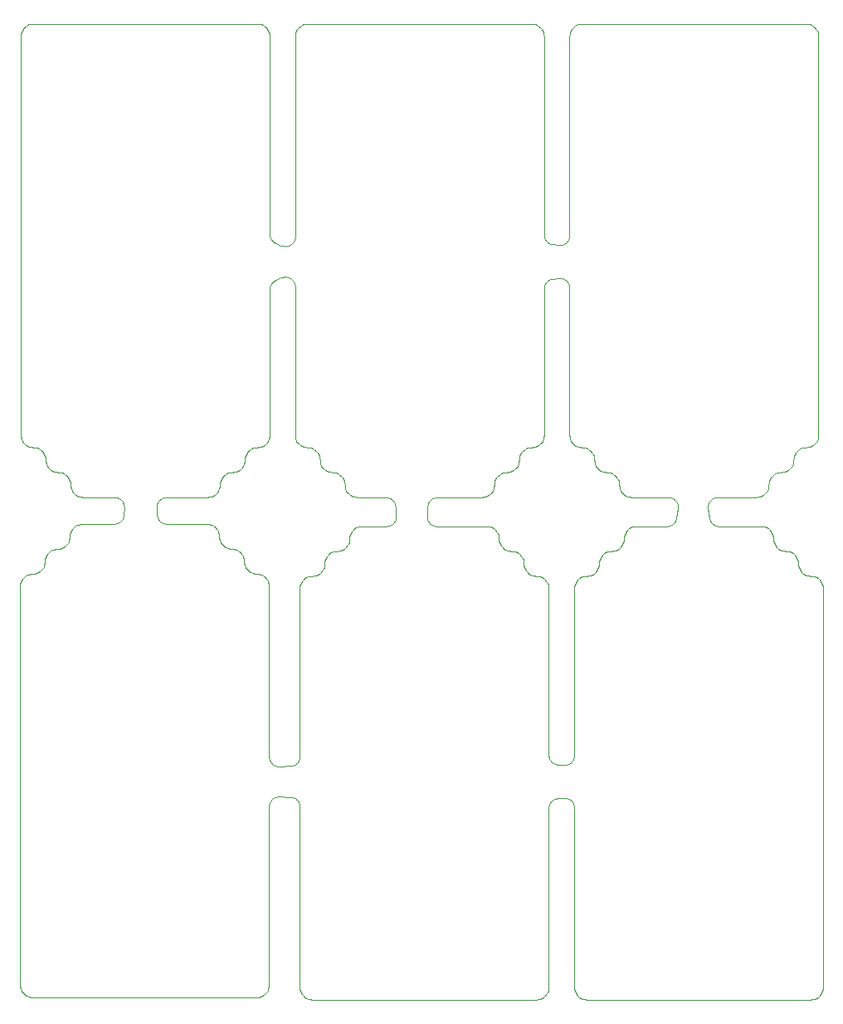
<source format=gko>
%MOIN*%
%OFA0B0*%
%FSLAX44Y44*%
%IPPOS*%
%LPD*%
%ADD10C,0*%
D10*
X00021236Y00016405D02*
X00021236Y00016405D01*
X00021230Y00016483D01*
X00021211Y00016560D01*
X00021181Y00016632D01*
X00021140Y00016699D01*
X00021089Y00016759D01*
X00021030Y00016810D01*
X00020963Y00016851D01*
X00020890Y00016881D01*
X00020814Y00016899D01*
X00020736Y00016905D01*
X00020657Y00016911D01*
X00020581Y00016929D01*
X00020509Y00016960D01*
X00020442Y00017001D01*
X00020382Y00017051D01*
X00020331Y00017111D01*
X00020290Y00017178D01*
X00020260Y00017251D01*
X00020242Y00017327D01*
X00020236Y00017405D01*
X00020230Y00017483D01*
X00020211Y00017560D01*
X00020181Y00017632D01*
X00020140Y00017699D01*
X00020089Y00017759D01*
X00020030Y00017810D01*
X00019963Y00017851D01*
X00019890Y00017881D01*
X00019814Y00017899D01*
X00019736Y00017905D01*
X00019658Y00017911D01*
X00019581Y00017929D01*
X00019509Y00017960D01*
X00019442Y00018001D01*
X00019382Y00018051D01*
X00019331Y00018111D01*
X00019290Y00018178D01*
X00019260Y00018251D01*
X00019242Y00018327D01*
X00019236Y00018405D01*
X00019230Y00018483D01*
X00019211Y00018560D01*
X00019181Y00018632D01*
X00019140Y00018699D01*
X00019089Y00018759D01*
X00019030Y00018810D01*
X00018963Y00018851D01*
X00018890Y00018881D01*
X00018814Y00018899D01*
X00018736Y00018905D01*
X00016739Y00018905D01*
X00016706Y00018906D01*
X00016675Y00018910D01*
X00016643Y00018917D01*
X00016612Y00018926D01*
X00016582Y00018937D01*
X00016553Y00018951D01*
X00016526Y00018968D01*
X00016499Y00018986D01*
X00016475Y00019006D01*
X00016452Y00019029D01*
X00016431Y00019053D01*
X00016412Y00019079D01*
X00016395Y00019107D01*
X00016380Y00019135D01*
X00016368Y00019165D01*
X00016359Y00019196D01*
X00016351Y00019227D01*
X00016347Y00019259D01*
X00016345Y00019291D01*
X00016346Y00019323D01*
X00016369Y00019701D01*
X00016372Y00019730D01*
X00016377Y00019760D01*
X00016384Y00019788D01*
X00016394Y00019817D01*
X00016405Y00019844D01*
X00016419Y00019870D01*
X00016434Y00019896D01*
X00016452Y00019920D01*
X00016471Y00019942D01*
X00016492Y00019963D01*
X00016514Y00019983D01*
X00016538Y00020001D01*
X00016563Y00020017D01*
X00016589Y00020031D01*
X00016617Y00020043D01*
X00016645Y00020053D01*
X00016673Y00020060D01*
X00016702Y00020066D01*
X00016732Y00020069D01*
X00016762Y00020070D01*
X00018547Y00020070D01*
X00018625Y00020077D01*
X00018701Y00020095D01*
X00018774Y00020125D01*
X00018841Y00020166D01*
X00018900Y00020217D01*
X00018951Y00020276D01*
X00018992Y00020343D01*
X00019022Y00020416D01*
X00019041Y00020492D01*
X00019047Y00020570D01*
X00019053Y00020649D01*
X00019071Y00020725D01*
X00019101Y00020797D01*
X00019142Y00020864D01*
X00019193Y00020924D01*
X00019253Y00020975D01*
X00019320Y00021016D01*
X00019392Y00021046D01*
X00019469Y00021064D01*
X00019547Y00021070D01*
X00019625Y00021077D01*
X00019701Y00021095D01*
X00019774Y00021125D01*
X00019841Y00021166D01*
X00019900Y00021217D01*
X00019951Y00021276D01*
X00019992Y00021343D01*
X00020022Y00021416D01*
X00020041Y00021492D01*
X00020047Y00021570D01*
X00020053Y00021649D01*
X00020071Y00021725D01*
X00020101Y00021797D01*
X00020142Y00021864D01*
X00020193Y00021924D01*
X00020253Y00021975D01*
X00020320Y00022016D01*
X00020392Y00022046D01*
X00020469Y00022064D01*
X00020547Y00022070D01*
X00020625Y00022077D01*
X00020701Y00022095D01*
X00020774Y00022125D01*
X00020841Y00022166D01*
X00020900Y00022217D01*
X00020951Y00022276D01*
X00020992Y00022343D01*
X00021022Y00022416D01*
X00021041Y00022492D01*
X00021047Y00022570D01*
X00021047Y00028452D01*
X00021048Y00028481D01*
X00021051Y00028509D01*
X00021056Y00028538D01*
X00021064Y00028566D01*
X00021073Y00028593D01*
X00021085Y00028620D01*
X00021098Y00028646D01*
X00021113Y00028671D01*
X00021130Y00028694D01*
X00021149Y00028716D01*
X00021169Y00028737D01*
X00021191Y00028756D01*
X00021214Y00028774D01*
X00021239Y00028790D01*
X00021264Y00028804D01*
X00021290Y00028816D01*
X00021318Y00028826D01*
X00021346Y00028834D01*
X00021374Y00028840D01*
X00021403Y00028843D01*
X00021639Y00028866D01*
X00021672Y00028868D01*
X00021705Y00028867D01*
X00021737Y00028863D01*
X00021769Y00028857D01*
X00021801Y00028848D01*
X00021831Y00028836D01*
X00021861Y00028822D01*
X00021889Y00028806D01*
X00021916Y00028787D01*
X00021941Y00028766D01*
X00021965Y00028743D01*
X00021986Y00028718D01*
X00022005Y00028691D01*
X00022022Y00028663D01*
X00022037Y00028634D01*
X00022049Y00028603D01*
X00022058Y00028572D01*
X00022065Y00028540D01*
X00022069Y00028507D01*
X00022070Y00028474D01*
X00022070Y00022570D01*
X00022077Y00022492D01*
X00022095Y00022416D01*
X00022125Y00022343D01*
X00022166Y00022276D01*
X00022217Y00022217D01*
X00022276Y00022166D01*
X00022343Y00022125D01*
X00022416Y00022095D01*
X00022492Y00022077D01*
X00022570Y00022070D01*
X00022649Y00022064D01*
X00022725Y00022046D01*
X00022797Y00022016D01*
X00022864Y00021975D01*
X00022924Y00021924D01*
X00022975Y00021864D01*
X00023016Y00021797D01*
X00023046Y00021725D01*
X00023064Y00021649D01*
X00023070Y00021570D01*
X00023077Y00021492D01*
X00023095Y00021416D01*
X00023125Y00021343D01*
X00023166Y00021276D01*
X00023217Y00021217D01*
X00023276Y00021166D01*
X00023343Y00021125D01*
X00023416Y00021095D01*
X00023492Y00021077D01*
X00023570Y00021070D01*
X00023649Y00021064D01*
X00023725Y00021046D01*
X00023797Y00021016D01*
X00023864Y00020975D01*
X00023924Y00020924D01*
X00023975Y00020864D01*
X00024016Y00020797D01*
X00024046Y00020725D01*
X00024064Y00020649D01*
X00024070Y00020570D01*
X00024077Y00020492D01*
X00024095Y00020416D01*
X00024125Y00020343D01*
X00024166Y00020276D01*
X00024217Y00020217D01*
X00024276Y00020166D01*
X00024343Y00020125D01*
X00024416Y00020095D01*
X00024492Y00020077D01*
X00024570Y00020070D01*
X00026033Y00020070D01*
X00026067Y00020069D01*
X00026101Y00020065D01*
X00026134Y00020057D01*
X00026166Y00020047D01*
X00026197Y00020034D01*
X00026228Y00020019D01*
X00026256Y00020001D01*
X00026283Y00019981D01*
X00026309Y00019958D01*
X00026332Y00019933D01*
X00026353Y00019907D01*
X00026371Y00019878D01*
X00026387Y00019848D01*
X00026401Y00019817D01*
X00026412Y00019785D01*
X00026419Y00019752D01*
X00026425Y00019719D01*
X00026427Y00019685D01*
X00026426Y00019651D01*
X00026422Y00019617D01*
X00026365Y00019239D01*
X00026359Y00019212D01*
X00026352Y00019185D01*
X00026343Y00019158D01*
X00026332Y00019133D01*
X00026320Y00019108D01*
X00026305Y00019084D01*
X00026289Y00019061D01*
X00026272Y00019039D01*
X00026252Y00019019D01*
X00026232Y00019000D01*
X00026210Y00018983D01*
X00026187Y00018967D01*
X00026163Y00018953D01*
X00026138Y00018940D01*
X00026112Y00018930D01*
X00026086Y00018921D01*
X00026059Y00018914D01*
X00026031Y00018909D01*
X00026003Y00018906D01*
X00025975Y00018905D01*
X00024759Y00018905D01*
X00024681Y00018899D01*
X00024605Y00018881D01*
X00024532Y00018851D01*
X00024465Y00018810D01*
X00024406Y00018759D01*
X00024355Y00018699D01*
X00024314Y00018632D01*
X00024284Y00018560D01*
X00024265Y00018483D01*
X00024259Y00018405D01*
X00024253Y00018327D01*
X00024235Y00018251D01*
X00024205Y00018178D01*
X00024164Y00018111D01*
X00024113Y00018051D01*
X00024053Y00018001D01*
X00023986Y00017960D01*
X00023914Y00017929D01*
X00023838Y00017911D01*
X00023759Y00017905D01*
X00023681Y00017899D01*
X00023605Y00017881D01*
X00023532Y00017851D01*
X00023465Y00017810D01*
X00023406Y00017759D01*
X00023355Y00017699D01*
X00023314Y00017632D01*
X00023284Y00017560D01*
X00023265Y00017483D01*
X00023259Y00017405D01*
X00023253Y00017327D01*
X00023235Y00017251D01*
X00023205Y00017178D01*
X00023164Y00017111D01*
X00023113Y00017051D01*
X00023053Y00017001D01*
X00022986Y00016960D01*
X00022914Y00016929D01*
X00022838Y00016911D01*
X00022759Y00016905D01*
X00022681Y00016899D01*
X00022605Y00016881D01*
X00022532Y00016851D01*
X00022465Y00016810D01*
X00022406Y00016759D01*
X00022355Y00016699D01*
X00022314Y00016632D01*
X00022284Y00016560D01*
X00022265Y00016483D01*
X00022259Y00016405D01*
X00022259Y00009718D01*
X00022258Y00009686D01*
X00022254Y00009654D01*
X00022248Y00009622D01*
X00022238Y00009591D01*
X00022227Y00009561D01*
X00022213Y00009532D01*
X00022197Y00009504D01*
X00022178Y00009478D01*
X00022158Y00009453D01*
X00022135Y00009430D01*
X00022111Y00009409D01*
X00022085Y00009390D01*
X00022057Y00009374D01*
X00022028Y00009359D01*
X00021999Y00009347D01*
X00021968Y00009337D01*
X00021937Y00009330D01*
X00021905Y00009326D01*
X00021873Y00009324D01*
X00021840Y00009325D01*
X00021604Y00009340D01*
X00021575Y00009343D01*
X00021546Y00009348D01*
X00021517Y00009356D01*
X00021489Y00009365D01*
X00021461Y00009377D01*
X00021435Y00009390D01*
X00021410Y00009406D01*
X00021386Y00009423D01*
X00021363Y00009443D01*
X00021342Y00009463D01*
X00021323Y00009486D01*
X00021305Y00009510D01*
X00021289Y00009535D01*
X00021275Y00009561D01*
X00021263Y00009588D01*
X00021253Y00009616D01*
X00021246Y00009645D01*
X00021240Y00009674D01*
X00021237Y00009703D01*
X00021236Y00009733D01*
X00021236Y00016405D01*
X00010000Y00016500D02*
X00010000Y00016500D01*
X00009993Y00016578D01*
X00009975Y00016654D01*
X00009945Y00016726D01*
X00009904Y00016793D01*
X00009853Y00016853D01*
X00009793Y00016904D01*
X00009726Y00016945D01*
X00009654Y00016975D01*
X00009578Y00016993D01*
X00009499Y00017000D01*
X00009421Y00017006D01*
X00009345Y00017024D01*
X00009273Y00017054D01*
X00009206Y00017095D01*
X00009146Y00017146D01*
X00009095Y00017206D01*
X00009054Y00017273D01*
X00009024Y00017345D01*
X00009006Y00017421D01*
X00009000Y00017500D01*
X00008993Y00017578D01*
X00008975Y00017654D01*
X00008945Y00017726D01*
X00008904Y00017793D01*
X00008853Y00017853D01*
X00008793Y00017904D01*
X00008726Y00017945D01*
X00008654Y00017975D01*
X00008578Y00017993D01*
X00008500Y00018000D01*
X00008421Y00018006D01*
X00008345Y00018024D01*
X00008273Y00018054D01*
X00008206Y00018095D01*
X00008146Y00018146D01*
X00008095Y00018206D01*
X00008054Y00018273D01*
X00008024Y00018345D01*
X00008006Y00018421D01*
X00008000Y00018500D01*
X00007993Y00018578D01*
X00007975Y00018654D01*
X00007945Y00018726D01*
X00007904Y00018793D01*
X00007853Y00018853D01*
X00007793Y00018904D01*
X00007726Y00018945D01*
X00007654Y00018975D01*
X00007578Y00018993D01*
X00007500Y00019000D01*
X00005889Y00019000D01*
X00005859Y00019001D01*
X00005830Y00019004D01*
X00005800Y00019010D01*
X00005772Y00019017D01*
X00005744Y00019027D01*
X00005716Y00019039D01*
X00005690Y00019054D01*
X00005665Y00019070D01*
X00005641Y00019088D01*
X00005619Y00019107D01*
X00005598Y00019129D01*
X00005579Y00019151D01*
X00005561Y00019176D01*
X00005546Y00019201D01*
X00005532Y00019228D01*
X00005520Y00019255D01*
X00005511Y00019283D01*
X00005504Y00019312D01*
X00005499Y00019342D01*
X00005496Y00019371D01*
X00005480Y00019655D01*
X00005480Y00019687D01*
X00005482Y00019719D01*
X00005487Y00019750D01*
X00005494Y00019782D01*
X00005504Y00019812D01*
X00005516Y00019842D01*
X00005531Y00019870D01*
X00005547Y00019897D01*
X00005566Y00019923D01*
X00005587Y00019947D01*
X00005610Y00019970D01*
X00005635Y00019990D01*
X00005661Y00020008D01*
X00005689Y00020024D01*
X00005718Y00020038D01*
X00005748Y00020050D01*
X00005778Y00020059D01*
X00005810Y00020065D01*
X00005841Y00020069D01*
X00005873Y00020070D01*
X00007523Y00020070D01*
X00007601Y00020077D01*
X00007678Y00020095D01*
X00007750Y00020125D01*
X00007817Y00020166D01*
X00007877Y00020217D01*
X00007928Y00020276D01*
X00007969Y00020343D01*
X00007999Y00020416D01*
X00008017Y00020492D01*
X00008023Y00020570D01*
X00008029Y00020649D01*
X00008048Y00020725D01*
X00008078Y00020797D01*
X00008119Y00020864D01*
X00008170Y00020924D01*
X00008229Y00020975D01*
X00008296Y00021016D01*
X00008369Y00021046D01*
X00008445Y00021064D01*
X00008523Y00021070D01*
X00008601Y00021077D01*
X00008678Y00021095D01*
X00008750Y00021125D01*
X00008817Y00021166D01*
X00008877Y00021217D01*
X00008928Y00021276D01*
X00008969Y00021343D01*
X00008999Y00021416D01*
X00009017Y00021492D01*
X00009023Y00021570D01*
X00009029Y00021649D01*
X00009048Y00021725D01*
X00009078Y00021797D01*
X00009119Y00021864D01*
X00009170Y00021924D01*
X00009229Y00021975D01*
X00009296Y00022016D01*
X00009369Y00022046D01*
X00009445Y00022064D01*
X00009523Y00022070D01*
X00009601Y00022077D01*
X00009678Y00022095D01*
X00009750Y00022125D01*
X00009817Y00022166D01*
X00009877Y00022217D01*
X00009928Y00022276D01*
X00009969Y00022343D01*
X00009999Y00022416D01*
X00010017Y00022492D01*
X00010023Y00022570D01*
X00010023Y00028419D01*
X00010024Y00028442D01*
X00010026Y00028465D01*
X00010029Y00028488D01*
X00010034Y00028511D01*
X00010040Y00028533D01*
X00010047Y00028555D01*
X00010056Y00028576D01*
X00010066Y00028597D01*
X00010077Y00028618D01*
X00010089Y00028637D01*
X00010102Y00028656D01*
X00010117Y00028674D01*
X00010132Y00028691D01*
X00010149Y00028708D01*
X00010166Y00028723D01*
X00010184Y00028737D01*
X00010203Y00028750D01*
X00010223Y00028762D01*
X00010244Y00028773D01*
X00010265Y00028782D01*
X00010501Y00028881D01*
X00010537Y00028894D01*
X00010575Y00028904D01*
X00010613Y00028910D01*
X00010652Y00028912D01*
X00010690Y00028910D01*
X00010729Y00028905D01*
X00010766Y00028895D01*
X00010803Y00028882D01*
X00010838Y00028866D01*
X00010871Y00028846D01*
X00010902Y00028823D01*
X00010931Y00028797D01*
X00010957Y00028768D01*
X00010980Y00028737D01*
X00011000Y00028704D01*
X00011017Y00028669D01*
X00011030Y00028633D01*
X00011039Y00028595D01*
X00011045Y00028557D01*
X00011047Y00028518D01*
X00011047Y00022570D01*
X00011053Y00022492D01*
X00011071Y00022416D01*
X00011101Y00022343D01*
X00011142Y00022276D01*
X00011193Y00022217D01*
X00011253Y00022166D01*
X00011320Y00022125D01*
X00011392Y00022095D01*
X00011469Y00022077D01*
X00011547Y00022070D01*
X00011625Y00022064D01*
X00011701Y00022046D01*
X00011774Y00022016D01*
X00011841Y00021975D01*
X00011900Y00021924D01*
X00011951Y00021864D01*
X00011992Y00021797D01*
X00012022Y00021725D01*
X00012041Y00021649D01*
X00012047Y00021570D01*
X00012053Y00021492D01*
X00012071Y00021416D01*
X00012101Y00021343D01*
X00012142Y00021276D01*
X00012193Y00021217D01*
X00012253Y00021166D01*
X00012320Y00021125D01*
X00012392Y00021095D01*
X00012469Y00021077D01*
X00012547Y00021070D01*
X00012625Y00021064D01*
X00012701Y00021046D01*
X00012774Y00021016D01*
X00012841Y00020975D01*
X00012900Y00020924D01*
X00012951Y00020864D01*
X00012992Y00020797D01*
X00013022Y00020725D01*
X00013041Y00020649D01*
X00013047Y00020570D01*
X00013053Y00020492D01*
X00013071Y00020416D01*
X00013101Y00020343D01*
X00013142Y00020276D01*
X00013193Y00020217D01*
X00013253Y00020166D01*
X00013320Y00020125D01*
X00013392Y00020095D01*
X00013469Y00020077D01*
X00013547Y00020070D01*
X00014684Y00020070D01*
X00014714Y00020069D01*
X00014744Y00020066D01*
X00014773Y00020060D01*
X00014801Y00020053D01*
X00014829Y00020043D01*
X00014857Y00020031D01*
X00014883Y00020017D01*
X00014908Y00020001D01*
X00014932Y00019983D01*
X00014954Y00019963D01*
X00014975Y00019942D01*
X00014994Y00019920D01*
X00015012Y00019896D01*
X00015027Y00019870D01*
X00015041Y00019844D01*
X00015052Y00019817D01*
X00015062Y00019788D01*
X00015069Y00019760D01*
X00015074Y00019730D01*
X00015077Y00019701D01*
X00015100Y00019323D01*
X00015101Y00019291D01*
X00015099Y00019259D01*
X00015095Y00019227D01*
X00015087Y00019196D01*
X00015078Y00019165D01*
X00015066Y00019135D01*
X00015051Y00019107D01*
X00015034Y00019079D01*
X00015015Y00019053D01*
X00014994Y00019029D01*
X00014971Y00019006D01*
X00014947Y00018986D01*
X00014920Y00018968D01*
X00014893Y00018951D01*
X00014864Y00018937D01*
X00014834Y00018926D01*
X00014803Y00018917D01*
X00014771Y00018910D01*
X00014740Y00018906D01*
X00014707Y00018905D01*
X00013736Y00018905D01*
X00013657Y00018899D01*
X00013581Y00018881D01*
X00013509Y00018851D01*
X00013442Y00018810D01*
X00013382Y00018759D01*
X00013331Y00018699D01*
X00013290Y00018632D01*
X00013260Y00018560D01*
X00013242Y00018483D01*
X00013236Y00018405D01*
X00013230Y00018327D01*
X00013211Y00018251D01*
X00013181Y00018178D01*
X00013140Y00018111D01*
X00013089Y00018051D01*
X00013030Y00018001D01*
X00012963Y00017960D01*
X00012890Y00017929D01*
X00012814Y00017911D01*
X00012736Y00017905D01*
X00012658Y00017899D01*
X00012581Y00017881D01*
X00012509Y00017851D01*
X00012442Y00017810D01*
X00012382Y00017759D01*
X00012331Y00017699D01*
X00012290Y00017632D01*
X00012260Y00017560D01*
X00012242Y00017483D01*
X00012236Y00017405D01*
X00012230Y00017327D01*
X00012211Y00017251D01*
X00012181Y00017178D01*
X00012140Y00017111D01*
X00012089Y00017051D01*
X00012030Y00017001D01*
X00011963Y00016960D01*
X00011890Y00016929D01*
X00011814Y00016911D01*
X00011736Y00016905D01*
X00011657Y00016899D01*
X00011581Y00016881D01*
X00011509Y00016851D01*
X00011442Y00016810D01*
X00011382Y00016759D01*
X00011331Y00016699D01*
X00011290Y00016632D01*
X00011260Y00016560D01*
X00011242Y00016483D01*
X00011236Y00016405D01*
X00011236Y00009675D01*
X00011235Y00009644D01*
X00011231Y00009614D01*
X00011225Y00009584D01*
X00011217Y00009555D01*
X00011207Y00009527D01*
X00011195Y00009499D01*
X00011180Y00009473D01*
X00011163Y00009447D01*
X00011145Y00009423D01*
X00011125Y00009401D01*
X00011103Y00009380D01*
X00011080Y00009361D01*
X00011055Y00009343D01*
X00011029Y00009328D01*
X00011001Y00009315D01*
X00010973Y00009303D01*
X00010944Y00009294D01*
X00010915Y00009288D01*
X00010885Y00009283D01*
X00010855Y00009281D01*
X00010406Y00009267D01*
X00010374Y00009267D01*
X00010343Y00009270D01*
X00010312Y00009275D01*
X00010281Y00009283D01*
X00010251Y00009293D01*
X00010222Y00009305D01*
X00010195Y00009320D01*
X00010168Y00009337D01*
X00010143Y00009356D01*
X00010119Y00009377D01*
X00010098Y00009400D01*
X00010078Y00009425D01*
X00010060Y00009451D01*
X00010044Y00009478D01*
X00010031Y00009506D01*
X00010020Y00009536D01*
X00010011Y00009566D01*
X00010005Y00009597D01*
X00010001Y00009628D01*
X00010000Y00009660D01*
X00010000Y00016500D01*
X00000500Y00000000D02*
X00000500Y00000000D01*
X00009499Y00000000D01*
X00009578Y00000006D01*
X00009654Y00000024D01*
X00009726Y00000054D01*
X00009793Y00000095D01*
X00009853Y00000146D01*
X00009904Y00000206D01*
X00009945Y00000273D01*
X00009975Y00000345D01*
X00009993Y00000421D01*
X00010000Y00000500D01*
X00010000Y00007662D01*
X00010001Y00007693D01*
X00010005Y00007725D01*
X00010011Y00007756D01*
X00010020Y00007786D01*
X00010031Y00007815D01*
X00010044Y00007844D01*
X00010060Y00007871D01*
X00010078Y00007897D01*
X00010098Y00007922D01*
X00010119Y00007945D01*
X00010143Y00007966D01*
X00010168Y00007985D01*
X00010195Y00008002D01*
X00010222Y00008017D01*
X00010251Y00008029D01*
X00010281Y00008039D01*
X00010312Y00008047D01*
X00010343Y00008052D01*
X00010374Y00008055D01*
X00010406Y00008055D01*
X00010855Y00008041D01*
X00010885Y00008039D01*
X00010915Y00008034D01*
X00010944Y00008027D01*
X00010973Y00008018D01*
X00011001Y00008007D01*
X00011029Y00007994D01*
X00011055Y00007979D01*
X00011080Y00007961D01*
X00011103Y00007942D01*
X00011125Y00007921D01*
X00011145Y00007899D01*
X00011163Y00007875D01*
X00011180Y00007849D01*
X00011195Y00007823D01*
X00011207Y00007795D01*
X00011217Y00007767D01*
X00011225Y00007737D01*
X00011231Y00007708D01*
X00011235Y00007678D01*
X00011236Y00007647D01*
X00011236Y00000405D01*
X00011242Y00000327D01*
X00011260Y00000251D01*
X00011290Y00000178D01*
X00011331Y00000111D01*
X00011382Y00000051D01*
X00011442Y00000001D01*
X00011509Y-00000039D01*
X00011581Y-00000070D01*
X00011657Y-00000088D01*
X00011736Y-00000094D01*
X00020736Y-00000094D01*
X00020814Y-00000088D01*
X00020890Y-00000070D01*
X00020963Y-00000039D01*
X00021030Y00000001D01*
X00021089Y00000051D01*
X00021140Y00000111D01*
X00021181Y00000178D01*
X00021211Y00000251D01*
X00021230Y00000327D01*
X00021236Y00000405D01*
X00021236Y00007589D01*
X00021237Y00007619D01*
X00021240Y00007648D01*
X00021246Y00007677D01*
X00021253Y00007706D01*
X00021263Y00007734D01*
X00021275Y00007761D01*
X00021289Y00007787D01*
X00021305Y00007812D01*
X00021323Y00007836D01*
X00021342Y00007858D01*
X00021363Y00007879D01*
X00021386Y00007898D01*
X00021410Y00007916D01*
X00021435Y00007931D01*
X00021461Y00007945D01*
X00021489Y00007957D01*
X00021517Y00007966D01*
X00021546Y00007974D01*
X00021575Y00007979D01*
X00021604Y00007982D01*
X00021840Y00007997D01*
X00021873Y00007998D01*
X00021905Y00007996D01*
X00021937Y00007991D01*
X00021968Y00007984D01*
X00021999Y00007975D01*
X00022028Y00007963D01*
X00022057Y00007948D01*
X00022085Y00007931D01*
X00022111Y00007912D01*
X00022135Y00007891D01*
X00022158Y00007868D01*
X00022178Y00007844D01*
X00022197Y00007817D01*
X00022213Y00007790D01*
X00022227Y00007761D01*
X00022238Y00007731D01*
X00022248Y00007700D01*
X00022254Y00007668D01*
X00022258Y00007636D01*
X00022259Y00007604D01*
X00022259Y00000405D01*
X00022265Y00000327D01*
X00022284Y00000251D01*
X00022314Y00000178D01*
X00022355Y00000111D01*
X00022406Y00000051D01*
X00022465Y00000001D01*
X00022532Y-00000039D01*
X00022605Y-00000070D01*
X00022681Y-00000088D01*
X00022759Y-00000094D01*
X00031759Y-00000094D01*
X00031838Y-00000088D01*
X00031914Y-00000070D01*
X00031986Y-00000039D01*
X00032053Y00000001D01*
X00032113Y00000051D01*
X00032164Y00000111D01*
X00032205Y00000178D01*
X00032235Y00000251D01*
X00032253Y00000327D01*
X00032259Y00000405D01*
X00032259Y00016405D01*
X00032253Y00016483D01*
X00032235Y00016560D01*
X00032205Y00016632D01*
X00032164Y00016699D01*
X00032113Y00016759D01*
X00032053Y00016810D01*
X00031986Y00016851D01*
X00031914Y00016881D01*
X00031838Y00016899D01*
X00031759Y00016905D01*
X00031681Y00016911D01*
X00031605Y00016929D01*
X00031532Y00016960D01*
X00031465Y00017001D01*
X00031406Y00017051D01*
X00031355Y00017111D01*
X00031314Y00017178D01*
X00031284Y00017251D01*
X00031265Y00017327D01*
X00031259Y00017405D01*
X00031253Y00017483D01*
X00031235Y00017560D01*
X00031205Y00017632D01*
X00031164Y00017699D01*
X00031113Y00017759D01*
X00031053Y00017810D01*
X00030986Y00017851D01*
X00030914Y00017881D01*
X00030838Y00017899D01*
X00030759Y00017905D01*
X00030681Y00017911D01*
X00030605Y00017929D01*
X00030532Y00017960D01*
X00030465Y00018001D01*
X00030406Y00018051D01*
X00030355Y00018111D01*
X00030314Y00018178D01*
X00030284Y00018251D01*
X00030265Y00018327D01*
X00030259Y00018405D01*
X00030253Y00018483D01*
X00030235Y00018560D01*
X00030205Y00018632D01*
X00030164Y00018699D01*
X00030113Y00018759D01*
X00030053Y00018810D01*
X00029986Y00018851D01*
X00029914Y00018881D01*
X00029838Y00018899D01*
X00029759Y00018905D01*
X00028084Y00018905D01*
X00028057Y00018906D01*
X00028029Y00018909D01*
X00028001Y00018914D01*
X00027974Y00018921D01*
X00027948Y00018930D01*
X00027922Y00018940D01*
X00027897Y00018953D01*
X00027873Y00018967D01*
X00027850Y00018983D01*
X00027828Y00019000D01*
X00027807Y00019019D01*
X00027788Y00019039D01*
X00027771Y00019061D01*
X00027755Y00019084D01*
X00027740Y00019108D01*
X00027727Y00019133D01*
X00027717Y00019158D01*
X00027708Y00019185D01*
X00027700Y00019212D01*
X00027695Y00019239D01*
X00027638Y00019617D01*
X00027634Y00019651D01*
X00027633Y00019685D01*
X00027635Y00019719D01*
X00027640Y00019752D01*
X00027648Y00019785D01*
X00027659Y00019817D01*
X00027673Y00019848D01*
X00027689Y00019878D01*
X00027707Y00019907D01*
X00027728Y00019933D01*
X00027751Y00019958D01*
X00027777Y00019981D01*
X00027804Y00020001D01*
X00027832Y00020019D01*
X00027863Y00020034D01*
X00027894Y00020047D01*
X00027926Y00020057D01*
X00027959Y00020065D01*
X00027993Y00020069D01*
X00028027Y00020070D01*
X00029570Y00020070D01*
X00029649Y00020077D01*
X00029725Y00020095D01*
X00029797Y00020125D01*
X00029864Y00020166D01*
X00029924Y00020217D01*
X00029975Y00020276D01*
X00030016Y00020343D01*
X00030046Y00020416D01*
X00030064Y00020492D01*
X00030070Y00020570D01*
X00030077Y00020649D01*
X00030095Y00020725D01*
X00030125Y00020797D01*
X00030166Y00020864D01*
X00030217Y00020924D01*
X00030276Y00020975D01*
X00030343Y00021016D01*
X00030416Y00021046D01*
X00030492Y00021064D01*
X00030570Y00021070D01*
X00030649Y00021077D01*
X00030725Y00021095D01*
X00030797Y00021125D01*
X00030864Y00021166D01*
X00030924Y00021217D01*
X00030975Y00021276D01*
X00031016Y00021343D01*
X00031046Y00021416D01*
X00031064Y00021492D01*
X00031070Y00021570D01*
X00031077Y00021649D01*
X00031095Y00021725D01*
X00031125Y00021797D01*
X00031166Y00021864D01*
X00031217Y00021924D01*
X00031276Y00021975D01*
X00031343Y00022016D01*
X00031416Y00022046D01*
X00031492Y00022064D01*
X00031570Y00022070D01*
X00031649Y00022077D01*
X00031725Y00022095D01*
X00031797Y00022125D01*
X00031864Y00022166D01*
X00031924Y00022217D01*
X00031975Y00022276D01*
X00032016Y00022343D01*
X00032046Y00022416D01*
X00032064Y00022492D01*
X00032070Y00022570D01*
X00032070Y00038570D01*
X00032064Y00038649D01*
X00032046Y00038725D01*
X00032016Y00038797D01*
X00031975Y00038864D01*
X00031924Y00038924D01*
X00031864Y00038975D01*
X00031797Y00039016D01*
X00031725Y00039046D01*
X00031649Y00039064D01*
X00031570Y00039070D01*
X00022570Y00039070D01*
X00022492Y00039064D01*
X00022416Y00039046D01*
X00022343Y00039016D01*
X00022276Y00038975D01*
X00022217Y00038924D01*
X00022166Y00038864D01*
X00022125Y00038797D01*
X00022095Y00038725D01*
X00022077Y00038649D01*
X00022070Y00038570D01*
X00022070Y00030580D01*
X00022069Y00030547D01*
X00022065Y00030515D01*
X00022058Y00030482D01*
X00022049Y00030451D01*
X00022037Y00030420D01*
X00022022Y00030391D01*
X00022005Y00030363D01*
X00021986Y00030336D01*
X00021965Y00030311D01*
X00021941Y00030288D01*
X00021916Y00030267D01*
X00021889Y00030249D01*
X00021861Y00030232D01*
X00021831Y00030218D01*
X00021801Y00030206D01*
X00021769Y00030197D01*
X00021737Y00030191D01*
X00021705Y00030187D01*
X00021672Y00030186D01*
X00021639Y00030188D01*
X00021403Y00030211D01*
X00021374Y00030214D01*
X00021346Y00030220D01*
X00021318Y00030228D01*
X00021290Y00030239D01*
X00021264Y00030251D01*
X00021239Y00030265D01*
X00021214Y00030280D01*
X00021191Y00030298D01*
X00021169Y00030317D01*
X00021149Y00030338D01*
X00021130Y00030360D01*
X00021113Y00030384D01*
X00021098Y00030408D01*
X00021085Y00030434D01*
X00021073Y00030461D01*
X00021064Y00030488D01*
X00021056Y00030516D01*
X00021051Y00030545D01*
X00021048Y00030574D01*
X00021047Y00030603D01*
X00021047Y00038570D01*
X00021041Y00038649D01*
X00021022Y00038725D01*
X00020992Y00038797D01*
X00020951Y00038864D01*
X00020900Y00038924D01*
X00020841Y00038975D01*
X00020774Y00039016D01*
X00020701Y00039046D01*
X00020625Y00039064D01*
X00020547Y00039070D01*
X00011547Y00039070D01*
X00011469Y00039064D01*
X00011392Y00039046D01*
X00011320Y00039016D01*
X00011253Y00038975D01*
X00011193Y00038924D01*
X00011142Y00038864D01*
X00011101Y00038797D01*
X00011071Y00038725D01*
X00011053Y00038649D01*
X00011047Y00038570D01*
X00011047Y00030536D01*
X00011045Y00030497D01*
X00011039Y00030459D01*
X00011030Y00030421D01*
X00011017Y00030385D01*
X00011000Y00030350D01*
X00010980Y00030317D01*
X00010957Y00030286D01*
X00010931Y00030257D01*
X00010902Y00030231D01*
X00010871Y00030208D01*
X00010838Y00030188D01*
X00010803Y00030172D01*
X00010766Y00030159D01*
X00010729Y00030150D01*
X00010690Y00030144D01*
X00010652Y00030142D01*
X00010613Y00030144D01*
X00010575Y00030150D01*
X00010537Y00030160D01*
X00010501Y00030173D01*
X00010265Y00030272D01*
X00010244Y00030281D01*
X00010223Y00030292D01*
X00010203Y00030304D01*
X00010184Y00030317D01*
X00010166Y00030331D01*
X00010149Y00030347D01*
X00010132Y00030363D01*
X00010117Y00030380D01*
X00010102Y00030398D01*
X00010089Y00030417D01*
X00010077Y00030436D01*
X00010066Y00030457D01*
X00010056Y00030478D01*
X00010047Y00030499D01*
X00010040Y00030521D01*
X00010034Y00030543D01*
X00010029Y00030566D01*
X00010026Y00030589D01*
X00010024Y00030612D01*
X00010023Y00030635D01*
X00010023Y00038570D01*
X00010017Y00038649D01*
X00009999Y00038725D01*
X00009969Y00038797D01*
X00009928Y00038864D01*
X00009877Y00038924D01*
X00009817Y00038975D01*
X00009750Y00039016D01*
X00009678Y00039046D01*
X00009601Y00039064D01*
X00009523Y00039070D01*
X00000523Y00039070D01*
X00000445Y00039064D01*
X00000369Y00039046D01*
X00000296Y00039016D01*
X00000229Y00038975D01*
X00000170Y00038924D01*
X00000119Y00038864D01*
X00000078Y00038797D01*
X00000048Y00038725D01*
X00000029Y00038649D01*
X00000023Y00038570D01*
X00000023Y00022570D01*
X00000029Y00022492D01*
X00000048Y00022416D01*
X00000078Y00022343D01*
X00000119Y00022276D01*
X00000170Y00022217D01*
X00000229Y00022166D01*
X00000296Y00022125D01*
X00000369Y00022095D01*
X00000445Y00022077D01*
X00000523Y00022070D01*
X00000601Y00022064D01*
X00000678Y00022046D01*
X00000750Y00022016D01*
X00000817Y00021975D01*
X00000877Y00021924D01*
X00000928Y00021864D01*
X00000969Y00021797D01*
X00000999Y00021725D01*
X00001017Y00021649D01*
X00001023Y00021570D01*
X00001029Y00021492D01*
X00001048Y00021416D01*
X00001078Y00021343D01*
X00001119Y00021276D01*
X00001170Y00021217D01*
X00001229Y00021166D01*
X00001296Y00021125D01*
X00001369Y00021095D01*
X00001445Y00021077D01*
X00001523Y00021070D01*
X00001601Y00021064D01*
X00001678Y00021046D01*
X00001750Y00021016D01*
X00001817Y00020975D01*
X00001877Y00020924D01*
X00001928Y00020864D01*
X00001969Y00020797D01*
X00001999Y00020725D01*
X00002017Y00020649D01*
X00002023Y00020570D01*
X00002029Y00020492D01*
X00002048Y00020416D01*
X00002078Y00020343D01*
X00002119Y00020276D01*
X00002170Y00020217D01*
X00002229Y00020166D01*
X00002296Y00020125D01*
X00002369Y00020095D01*
X00002445Y00020077D01*
X00002523Y00020070D01*
X00003784Y00020070D01*
X00003816Y00020069D01*
X00003848Y00020065D01*
X00003879Y00020059D01*
X00003910Y00020050D01*
X00003940Y00020038D01*
X00003968Y00020024D01*
X00003996Y00020008D01*
X00004022Y00019990D01*
X00004047Y00019970D01*
X00004070Y00019947D01*
X00004091Y00019923D01*
X00004110Y00019897D01*
X00004127Y00019870D01*
X00004141Y00019842D01*
X00004154Y00019812D01*
X00004163Y00019782D01*
X00004171Y00019750D01*
X00004175Y00019719D01*
X00004177Y00019687D01*
X00004177Y00019655D01*
X00004161Y00019371D01*
X00004159Y00019342D01*
X00004153Y00019312D01*
X00004146Y00019283D01*
X00004137Y00019255D01*
X00004125Y00019228D01*
X00004112Y00019201D01*
X00004096Y00019176D01*
X00004079Y00019151D01*
X00004060Y00019129D01*
X00004039Y00019107D01*
X00004016Y00019088D01*
X00003992Y00019070D01*
X00003967Y00019054D01*
X00003941Y00019039D01*
X00003914Y00019027D01*
X00003886Y00019017D01*
X00003857Y00019010D01*
X00003828Y00019004D01*
X00003798Y00019001D01*
X00003768Y00019000D01*
X00002499Y00019000D01*
X00002421Y00018993D01*
X00002345Y00018975D01*
X00002273Y00018945D01*
X00002206Y00018904D01*
X00002146Y00018853D01*
X00002095Y00018793D01*
X00002054Y00018726D01*
X00002024Y00018654D01*
X00002006Y00018578D01*
X00002000Y00018500D01*
X00001993Y00018421D01*
X00001975Y00018345D01*
X00001945Y00018273D01*
X00001904Y00018206D01*
X00001853Y00018146D01*
X00001793Y00018095D01*
X00001726Y00018054D01*
X00001654Y00018024D01*
X00001578Y00018006D01*
X00001500Y00018000D01*
X00001421Y00017993D01*
X00001345Y00017975D01*
X00001273Y00017945D01*
X00001206Y00017904D01*
X00001146Y00017853D01*
X00001095Y00017793D01*
X00001054Y00017726D01*
X00001024Y00017654D01*
X00001006Y00017578D01*
X00000999Y00017500D01*
X00000993Y00017421D01*
X00000975Y00017345D01*
X00000945Y00017273D01*
X00000904Y00017206D01*
X00000853Y00017146D01*
X00000793Y00017095D01*
X00000726Y00017054D01*
X00000654Y00017024D01*
X00000578Y00017006D01*
X00000500Y00017000D01*
X00000421Y00016993D01*
X00000345Y00016975D01*
X00000273Y00016945D01*
X00000206Y00016904D01*
X00000146Y00016853D01*
X00000095Y00016793D01*
X00000054Y00016726D01*
X00000024Y00016654D01*
X00000006Y00016578D01*
X00000000Y00016500D01*
X00000000Y00000500D01*
X00000006Y00000421D01*
X00000024Y00000345D01*
X00000054Y00000273D01*
X00000095Y00000206D01*
X00000146Y00000146D01*
X00000206Y00000095D01*
X00000273Y00000054D01*
X00000345Y00000024D01*
X00000421Y00000006D01*
X00000500Y00000000D01*
M02*
</source>
